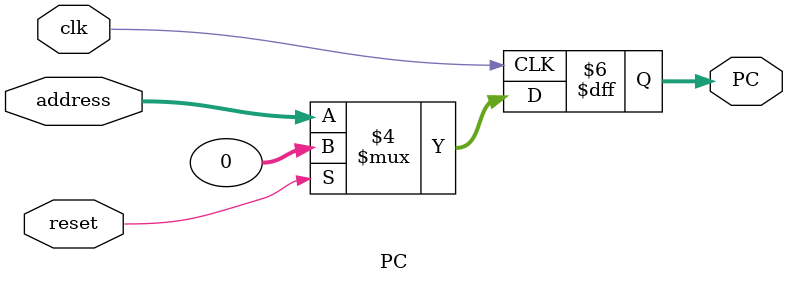
<source format=v>
module PC (clk, reset, PC, address);
  input wire clk, reset;
  input wire [31:0] address; 
  output reg [31:0] PC;
  
  initial begin
    PC = 32'b0;  
  end

  always @ (posedge clk) begin
      if(reset) PC <= 32'b0;
      else PC <= address;
  end
endmodule


</source>
